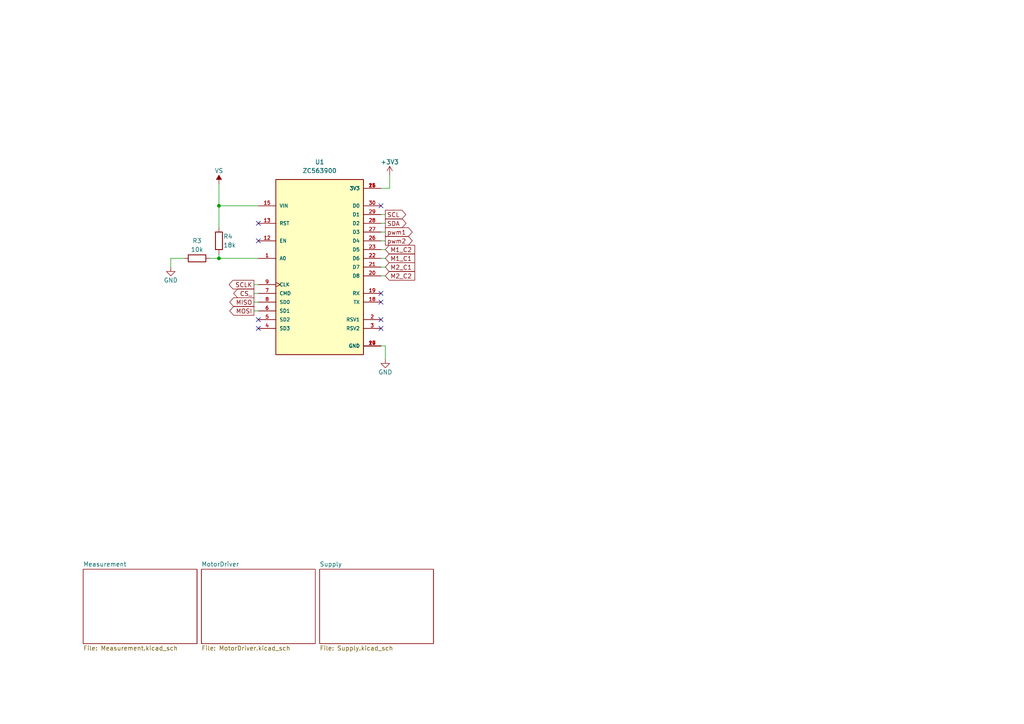
<source format=kicad_sch>
(kicad_sch (version 20211123) (generator eeschema)
  (paper "A4")
  (lib_symbols
    (symbol "Device:R" (pin_numbers hide) (pin_names (offset 0))
      (property "Reference" "R" (at 2.032 0 90))
      (property "Value" "R" (at 0 0 90))
      (symbol "R_0_1"
        (rectangle (start -1.016 -2.54) (end 1.016 2.54) (stroke (width 0.254)))
      )
      (symbol "R_1_1"
        (pin passive line (at 0 3.81 270) (length 1.27) (name "~") (number "1"))
        (pin passive line (at 0 -3.81 90) (length 1.27) (name "~") (number "2"))
      )
    )
    (symbol "NodemcuV2:ZC563900" (pin_names (offset 1.016))
      (property "Reference" "U" (at -12.7 26.035 0))
      (property "Value" "ZC563900" (at -12.7 -27.94 0))
      (symbol "ZC563900_0_0"
        (rectangle (start -12.7 -25.4) (end 12.7 25.4) (stroke (width 0.254)) (fill (type background)))
        (pin input line (at -17.78 2.54 0) (length 5.08) (name "A0") (number "1"))
        (pin power_in line (at 17.78 -22.86 180) (length 5.08) (name "GND") (number "10"))
        (pin power_in line (at 17.78 22.86 180) (length 5.08) (name "3V3") (number "11"))
        (pin input line (at -17.78 7.62 0) (length 5.08) (name "EN") (number "12"))
        (pin input line (at -17.78 12.7 0) (length 5.08) (name "RST") (number "13"))
        (pin power_in line (at 17.78 -22.86 180) (length 5.08) (name "GND") (number "14"))
        (pin input line (at -17.78 17.78 0) (length 5.08) (name "VIN") (number "15"))
        (pin power_in line (at 17.78 22.86 180) (length 5.08) (name "3V3") (number "16"))
        (pin power_in line (at 17.78 -22.86 180) (length 5.08) (name "GND") (number "17"))
        (pin bidirectional line (at 17.78 -10.16 180) (length 5.08) (name "TX") (number "18"))
        (pin bidirectional line (at 17.78 -7.62 180) (length 5.08) (name "RX") (number "19"))
        (pin passive line (at 17.78 -15.24 180) (length 5.08) (name "RSV1") (number "2"))
        (pin bidirectional line (at 17.78 -2.54 180) (length 5.08) (name "D8") (number "20"))
        (pin bidirectional line (at 17.78 0 180) (length 5.08) (name "D7") (number "21"))
        (pin bidirectional line (at 17.78 2.54 180) (length 5.08) (name "D6") (number "22"))
        (pin bidirectional line (at 17.78 5.08 180) (length 5.08) (name "D5") (number "23"))
        (pin power_in line (at 17.78 -22.86 180) (length 5.08) (name "GND") (number "24"))
        (pin power_in line (at 17.78 22.86 180) (length 5.08) (name "3V3") (number "25"))
        (pin bidirectional line (at 17.78 7.62 180) (length 5.08) (name "D4") (number "26"))
        (pin bidirectional line (at 17.78 10.16 180) (length 5.08) (name "D3") (number "27"))
        (pin bidirectional line (at 17.78 12.7 180) (length 5.08) (name "D2") (number "28"))
        (pin bidirectional line (at 17.78 15.24 180) (length 5.08) (name "D1") (number "29"))
        (pin passive line (at 17.78 -17.78 180) (length 5.08) (name "RSV2") (number "3"))
        (pin bidirectional line (at 17.78 17.78 180) (length 5.08) (name "D0") (number "30"))
        (pin bidirectional line (at -17.78 -17.78 0) (length 5.08) (name "SD3") (number "4"))
        (pin bidirectional line (at -17.78 -15.24 0) (length 5.08) (name "SD2") (number "5"))
        (pin bidirectional line (at -17.78 -12.7 0) (length 5.08) (name "SD1") (number "6"))
        (pin input line (at -17.78 -7.62 0) (length 5.08) (name "CMD") (number "7"))
        (pin bidirectional line (at -17.78 -10.16 0) (length 5.08) (name "SD0") (number "8"))
        (pin input clock (at -17.78 -5.08 0) (length 5.08) (name "CLK") (number "9"))
      )
    )
    (symbol "power:+3.3V" (power) (pin_names (offset 0))
      (property "Value" "+3.3V" (at 0 3.556 0))
      (symbol "+3.3V_0_1"
        (polyline (pts (xy -0.762 1.27) (xy 0 2.54)))
        (polyline (pts (xy 0 0) (xy 0 2.54)))
        (polyline (pts (xy 0 2.54) (xy 0.762 1.27)))
      )
      (symbol "+3.3V_1_1"
        (pin power_in line (at 0 0 90) (length 0) hide (name "+3V3") (number "1"))
      )
    )
    (symbol "power:GND" (power) (pin_names (offset 0))
      (property "Value" "GND" (at 0 -3.81 0))
      (symbol "GND_0_1"
        (polyline (pts (xy 0 0) (xy 0 -1.27) (xy 1.27 -1.27) (xy 0 -2.54) (xy -1.27 -1.27) (xy 0 -1.27)))
      )
      (symbol "GND_1_1"
        (pin power_in line (at 0 0 270) (length 0) hide (name "GND") (number "1"))
      )
    )
    (symbol "power:VS" (power) (pin_names (offset 0))
      (property "Value" "VS" (at 0 3.81 0))
      (symbol "VS_0_1"
        (polyline (pts (xy 0 0) (xy 0 2.54)))
        (polyline (pts (xy 0.762 1.27) (xy -0.762 1.27) (xy 0 2.54) (xy 0.762 1.27)) (fill (type outline)))
      )
      (symbol "VS_1_1"
        (pin power_in line (at 0 0 90) (length 0) hide (name "VS") (number "1"))
      )
    )
  )
  (junction (at 63.5 74.93))
  (junction (at 63.5 59.69))
  (no_connect (at 74.93 95.25))
  (no_connect (at 74.93 92.71))
  (no_connect (at 110.49 95.25))
  (no_connect (at 110.49 92.71))
  (no_connect (at 74.93 64.77))
  (no_connect (at 74.93 69.85))
  (no_connect (at 110.49 59.69))
  (no_connect (at 110.49 87.63))
  (no_connect (at 110.49 85.09))
  (wire (pts (xy 49.53 77.47) (xy 49.53 74.93)))
  (wire (pts (xy 73.66 82.55) (xy 74.93 82.55)))
  (wire (pts (xy 63.5 74.93) (xy 74.93 74.93)))
  (wire (pts (xy 111.76 72.39) (xy 110.49 72.39)))
  (wire (pts (xy 111.76 77.47) (xy 110.49 77.47)))
  (wire (pts (xy 63.5 59.69) (xy 63.5 66.04)))
  (wire (pts (xy 111.76 67.31) (xy 110.49 67.31)))
  (wire (pts (xy 73.66 85.09) (xy 74.93 85.09)))
  (wire (pts (xy 111.76 104.14) (xy 111.76 100.33)))
  (wire (pts (xy 73.66 90.17) (xy 74.93 90.17)))
  (wire (pts (xy 111.76 62.23) (xy 110.49 62.23)))
  (wire (pts (xy 63.5 53.34) (xy 63.5 59.69)))
  (wire (pts (xy 49.53 74.93) (xy 53.34 74.93)))
  (wire (pts (xy 113.03 54.61) (xy 110.49 54.61)))
  (wire (pts (xy 60.96 74.93) (xy 63.5 74.93)))
  (wire (pts (xy 73.66 87.63) (xy 74.93 87.63)))
  (wire (pts (xy 63.5 59.69) (xy 74.93 59.69)))
  (wire (pts (xy 111.76 74.93) (xy 110.49 74.93)))
  (wire (pts (xy 111.76 69.85) (xy 110.49 69.85)))
  (wire (pts (xy 63.5 73.66) (xy 63.5 74.93)))
  (wire (pts (xy 113.03 50.8) (xy 113.03 54.61)))
  (wire (pts (xy 111.76 64.77) (xy 110.49 64.77)))
  (wire (pts (xy 111.76 100.33) (xy 110.49 100.33)))
  (wire (pts (xy 111.76 80.01) (xy 110.49 80.01)))
  (global_label "M2_C2" (shape input) (at 111.76 80.01 0) (property "Intersheet References" "${INTERSHEET_REFS}" (effects hide)))
  (global_label "SDA" (shape output) (at 111.76 64.77 0) (property "Intersheet References" "${INTERSHEET_REFS}" (effects hide)))
  (global_label "M1_C2" (shape input) (at 111.76 72.39 0) (property "Intersheet References" "${INTERSHEET_REFS}" (effects hide)))
  (global_label "MISO" (shape output) (at 73.66 87.63 180) (property "Intersheet References" "${INTERSHEET_REFS}" (effects hide)))
  (global_label "SCL" (shape output) (at 111.76 62.23 0) (property "Intersheet References" "${INTERSHEET_REFS}" (effects hide)))
  (global_label "M1_C1" (shape input) (at 111.76 74.93 0) (property "Intersheet References" "${INTERSHEET_REFS}" (effects hide)))
  (global_label "CS_" (shape output) (at 73.66 85.09 180) (property "Intersheet References" "${INTERSHEET_REFS}" (effects hide)))
  (global_label "SCLK" (shape output) (at 73.66 82.55 180) (property "Intersheet References" "${INTERSHEET_REFS}" (effects hide)))
  (global_label "pwm2" (shape output) (at 111.76 69.85 0) (property "Intersheet References" "${INTERSHEET_REFS}" (effects hide)))
  (global_label "M2_C1" (shape input) (at 111.76 77.47 0) (property "Intersheet References" "${INTERSHEET_REFS}" (effects hide)))
  (global_label "pwm1" (shape output) (at 111.76 67.31 0) (property "Intersheet References" "${INTERSHEET_REFS}" (effects hide)))
  (global_label "MOSI" (shape output) (at 73.66 90.17 180) (property "Intersheet References" "${INTERSHEET_REFS}" (effects hide)))
  (symbol (lib_id "power:+3.3V") (at 113.03 50.8 0) (unit 1)
    (property "Reference" "#PWR0102" (effects hide))
    (property "Value" "+3.3V" (at 113.03 46.99 0))
  )
  (symbol (lib_id "power:GND") (at 111.76 104.14 0) (unit 1)
    (property "Reference" "#PWR0101" (effects hide))
    (property "Value" "GND" (at 111.76 107.95 0))
  )
  (symbol (lib_id "power:GND") (at 49.53 77.47 0) (unit 1)
    (property "Reference" "#PWR02" (effects hide))
    (property "Value" "GND" (at 49.53 81.28 0))
  )
  (symbol (lib_id "power:VS") (at 63.5 53.34 0) (unit 1)
    (property "Reference" "#PWR05" (effects hide))
    (property "Value" "VS" (at 63.5 49.53 0))
  )
  (symbol (lib_id "Device:R") (at 57.15 74.93 270) (unit 1)
    (property "Reference" "R3" (at 57.15 69.85 90))
    (property "Value" "10k" (at 57.15 72.39 90))
    (property "Footprint" "Resistor_SMD:R_0805_2012Metric" (effects hide))
  )
  (symbol (lib_id "NodemcuV2:ZC563900") (at 92.71 77.47 0) (unit 1)
    (property "Reference" "U1" (at 92.71 46.99 0))
    (property "Value" "ZC563900" (at 92.71 49.53 0))
    (property "Footprint" "NodemcuESP8266_footprint:MODULE_ZC563900" (effects hide))
    (property "MF" "YKS" (effects hide))
    (property "MAXIMUM_PACKAGE_HEIGHT" "N/A" (effects hide))
    (property "Package" "None" (effects hide))
    (property "Price" "None" (effects hide))
    (property "Check_prices" "https://www.snapeda.com/parts/ZC563900/YKS/view-part/?ref=eda" (effects hide))
    (property "STANDARD" "Manufacturer Recommendations" (effects hide))
    (property "PARTREV" "1.0" (effects hide))
    (property "SnapEDA_Link" "https://www.snapeda.com/parts/ZC563900/YKS/view-part/?ref=snap" (effects hide))
    (property "MP" "ZC563900" (effects hide))
    (property "Description" "\n                        \n                            NodeMcu Lua ESP8266 WIFI Internet of Things Network Development Module Board\n                        \n" (effects hide))
    (property "Availability" "Not in stock" (effects hide))
    (property "MANUFACTURER" "YKS" (effects hide))
  )
  (symbol (lib_id "Device:R") (at 63.5 69.85 180) (unit 1)
    (property "Reference" "R4" (at 64.77 68.58 0) (effects (justify right)))
    (property "Value" "18k" (at 64.77 71.1201 0) (effects (justify right)))
    (property "Footprint" "Resistor_SMD:R_0805_2012Metric" (effects hide))
  )
  (sheet (at 24.13 165.1) (size 33.02 21.59) (stroke (width 0.1524))
    (property "Sheet name" "Measurement" (at 24.13 164.3884 0) (effects (justify left bottom)))
    (property "Sheet file" "Measurement.kicad_sch" (at 24.13 187.2746 0) (effects (justify left top)))
  )
  (sheet (at 58.42 165.1) (size 33.02 21.59) (stroke (width 0.1524))
    (property "Sheet name" "MotorDriver" (at 58.42 164.3884 0) (effects (justify left bottom)))
    (property "Sheet file" "MotorDriver.kicad_sch" (at 58.42 187.2746 0) (effects (justify left top)))
  )
  (sheet (at 92.71 165.1) (size 33.02 21.59) (stroke (width 0.1524))
    (property "Sheet name" "Supply" (at 92.71 164.3884 0) (effects (justify left bottom)))
    (property "Sheet file" "Supply.kicad_sch" (at 92.71 187.2746 0) (effects (justify left top)))
  )
)
</source>
